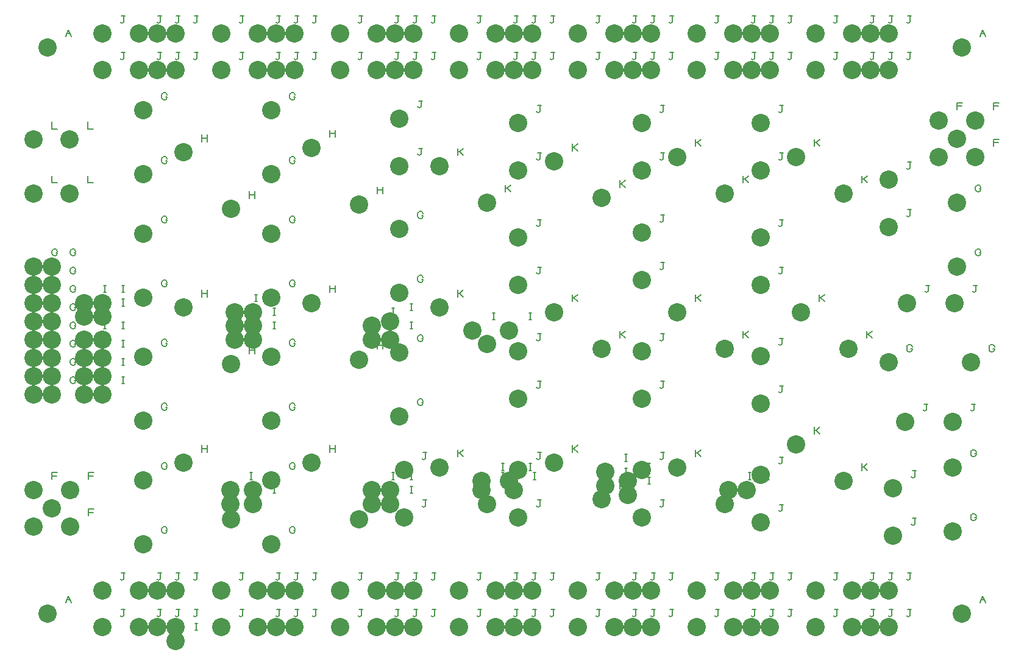
<source format=gbr>
G04 EasyPC Gerber Version 20.0.2 Build 4112 *
G04 #@! TF.Part,Single*
%FSLAX35Y35*%
%MOIN*%
%ADD105C,0.00500*%
G04 #@! TA.AperFunction,WasherPad*
%ADD104C,0.10000*%
X0Y0D02*
D02*
D104*
X13750Y68198D03*
Y88198D03*
Y140600D03*
Y150600D03*
Y160600D03*
Y170600D03*
Y180600D03*
Y190600D03*
Y200600D03*
Y210600D03*
Y250600D03*
Y280100D03*
X21250Y20600D03*
Y330600D03*
X23750Y78198D03*
Y140600D03*
Y150600D03*
Y160600D03*
Y170600D03*
Y180600D03*
Y190600D03*
Y200600D03*
Y210600D03*
X33450Y250600D03*
Y280100D03*
X33750Y68198D03*
Y88198D03*
X41250Y140600D03*
Y150600D03*
Y160600D03*
Y170600D03*
Y183100D03*
Y190600D03*
X51250Y13100D03*
Y33100D03*
Y140600D03*
Y150600D03*
Y160600D03*
Y170600D03*
Y183100D03*
Y190600D03*
Y318100D03*
Y338100D03*
X71250Y13100D03*
Y33100D03*
Y318100D03*
Y338100D03*
X73750Y58600D03*
Y93600D03*
Y126100D03*
Y161100D03*
Y193600D03*
Y228600D03*
Y261100D03*
Y296100D03*
X81250Y13100D03*
Y33100D03*
Y318100D03*
Y338100D03*
X91250Y5600D03*
Y13100D03*
Y33100D03*
Y318100D03*
Y338100D03*
X95750Y103100D03*
Y188100D03*
Y273100D03*
X116250Y13100D03*
Y33100D03*
Y318100D03*
Y338100D03*
X121250Y80600D03*
Y88100D03*
X121750Y72100D03*
Y157100D03*
Y242100D03*
X123750Y170600D03*
Y178100D03*
Y185600D03*
X133750Y80600D03*
Y88100D03*
Y170600D03*
Y178100D03*
Y185600D03*
X136250Y13100D03*
Y33100D03*
Y318100D03*
Y338100D03*
X143750Y58600D03*
Y93600D03*
Y126100D03*
Y161100D03*
Y193600D03*
Y228600D03*
Y261100D03*
Y296100D03*
X146250Y13100D03*
Y33100D03*
Y318100D03*
Y338100D03*
X156250Y13100D03*
Y33100D03*
Y318100D03*
Y338100D03*
X165750Y103100D03*
Y190600D03*
Y275600D03*
X181250Y13100D03*
Y33100D03*
Y318100D03*
Y338100D03*
X191750Y72100D03*
Y159600D03*
Y244600D03*
X198750Y80600D03*
Y88100D03*
Y170600D03*
Y178100D03*
X201250Y13100D03*
Y33100D03*
Y318100D03*
Y338100D03*
X208750Y80600D03*
Y88100D03*
Y170600D03*
Y180600D03*
X211250Y13100D03*
Y33100D03*
Y318100D03*
Y338100D03*
X213750Y128600D03*
Y163600D03*
Y196100D03*
Y231100D03*
Y265600D03*
Y291600D03*
X216250Y73100D03*
Y99100D03*
X221250Y13100D03*
Y33100D03*
Y318100D03*
Y338100D03*
X235750Y100600D03*
Y188100D03*
Y265600D03*
X246250Y13100D03*
Y33100D03*
Y318100D03*
Y338100D03*
X253750Y175600D03*
X258750Y88100D03*
Y93100D03*
X261750Y80600D03*
Y168100D03*
Y245600D03*
X266250Y13100D03*
Y33100D03*
Y318100D03*
Y338100D03*
X273750Y93100D03*
Y175600D03*
X276250Y13100D03*
Y33100D03*
Y88100D03*
Y318100D03*
Y338100D03*
X278750Y73100D03*
Y99100D03*
Y138100D03*
Y164100D03*
Y200600D03*
Y226600D03*
Y263100D03*
Y289100D03*
X286250Y13100D03*
Y33100D03*
Y318100D03*
Y338100D03*
X298250Y103100D03*
Y185600D03*
Y268100D03*
X311250Y13100D03*
Y33100D03*
Y318100D03*
Y338100D03*
X324250Y83100D03*
Y165600D03*
Y248100D03*
X326250Y90600D03*
Y98100D03*
X331250Y13100D03*
Y33100D03*
Y318100D03*
Y338100D03*
X338750Y85600D03*
Y93100D03*
X341250Y13100D03*
Y33100D03*
Y318100D03*
Y338100D03*
X346250Y73100D03*
Y99100D03*
Y138100D03*
Y164100D03*
Y203100D03*
Y229100D03*
Y263100D03*
Y289100D03*
X351250Y13100D03*
Y33100D03*
Y318100D03*
Y338100D03*
X365750Y100600D03*
Y185600D03*
Y270600D03*
X376250Y13100D03*
Y33100D03*
Y318100D03*
Y338100D03*
X391750Y80600D03*
Y165600D03*
Y250600D03*
X393750Y88100D03*
X396250Y13100D03*
Y33100D03*
Y318100D03*
Y338100D03*
X403750Y88100D03*
X406250Y13100D03*
Y33100D03*
Y318100D03*
Y338100D03*
X411250Y70600D03*
Y96600D03*
Y135600D03*
Y161600D03*
Y200600D03*
Y226600D03*
Y263100D03*
Y289100D03*
X416250Y13100D03*
Y33100D03*
Y318100D03*
Y338100D03*
X430750Y113100D03*
Y270600D03*
X433250Y185600D03*
X441250Y13100D03*
Y33100D03*
Y318100D03*
Y338100D03*
X456750Y93100D03*
Y250600D03*
X459250Y165600D03*
X461250Y13100D03*
Y33100D03*
Y318100D03*
Y338100D03*
X471250Y13100D03*
Y33100D03*
Y318100D03*
Y338100D03*
X481250Y13100D03*
Y33100D03*
Y158100D03*
Y232100D03*
Y258100D03*
Y318100D03*
Y338100D03*
X483750Y63100D03*
Y89100D03*
X490250Y125600D03*
X491250Y190600D03*
X508750Y270698D03*
Y290698D03*
X516250Y65600D03*
Y100600D03*
Y125600D03*
X517250Y190600D03*
X518750Y210600D03*
Y245600D03*
Y280698D03*
X521250Y20600D03*
Y330600D03*
X526250Y158100D03*
X528750Y270698D03*
Y290698D03*
D02*
D105*
X23750Y74136D02*
Y77886D01*
X26875*
X26250Y76011D02*
X23750D01*
Y94136D02*
Y97886D01*
X26875*
X26250Y96011D02*
X23750D01*
X25937Y148100D02*
X26875D01*
Y147787*
X26563Y147163*
X26250Y146850*
X25625Y146537*
X25000*
X24375Y146850*
X24063Y147163*
X23750Y147787*
Y149037*
X24063Y149663*
X24375Y149975*
X25000Y150287*
X25625*
X26250Y149975*
X26563Y149663*
X26875Y149037*
X25937Y158100D02*
X26875D01*
Y157787*
X26563Y157163*
X26250Y156850*
X25625Y156537*
X25000*
X24375Y156850*
X24063Y157163*
X23750Y157787*
Y159037*
X24063Y159663*
X24375Y159975*
X25000Y160287*
X25625*
X26250Y159975*
X26563Y159663*
X26875Y159037*
X25937Y168100D02*
X26875D01*
Y167787*
X26563Y167163*
X26250Y166850*
X25625Y166537*
X25000*
X24375Y166850*
X24063Y167163*
X23750Y167787*
Y169037*
X24063Y169663*
X24375Y169975*
X25000Y170287*
X25625*
X26250Y169975*
X26563Y169663*
X26875Y169037*
X25937Y178100D02*
X26875D01*
Y177787*
X26563Y177163*
X26250Y176850*
X25625Y176537*
X25000*
X24375Y176850*
X24063Y177163*
X23750Y177787*
Y179037*
X24063Y179663*
X24375Y179975*
X25000Y180287*
X25625*
X26250Y179975*
X26563Y179663*
X26875Y179037*
X25937Y188100D02*
X26875D01*
Y187787*
X26563Y187163*
X26250Y186850*
X25625Y186537*
X25000*
X24375Y186850*
X24063Y187163*
X23750Y187787*
Y189037*
X24063Y189663*
X24375Y189975*
X25000Y190287*
X25625*
X26250Y189975*
X26563Y189663*
X26875Y189037*
X25937Y198100D02*
X26875D01*
Y197787*
X26563Y197163*
X26250Y196850*
X25625Y196537*
X25000*
X24375Y196850*
X24063Y197163*
X23750Y197787*
Y199037*
X24063Y199663*
X24375Y199975*
X25000Y200287*
X25625*
X26250Y199975*
X26563Y199663*
X26875Y199037*
X25937Y208100D02*
X26875D01*
Y207787*
X26563Y207163*
X26250Y206850*
X25625Y206537*
X25000*
X24375Y206850*
X24063Y207163*
X23750Y207787*
Y209037*
X24063Y209663*
X24375Y209975*
X25000Y210287*
X25625*
X26250Y209975*
X26563Y209663*
X26875Y209037*
X25937Y218100D02*
X26875D01*
Y217787*
X26563Y217163*
X26250Y216850*
X25625Y216537*
X25000*
X24375Y216850*
X24063Y217163*
X23750Y217787*
Y219037*
X24063Y219663*
X24375Y219975*
X25000Y220287*
X25625*
X26250Y219975*
X26563Y219663*
X26875Y219037*
X23750Y260287D02*
Y256537D01*
X26875*
X23750Y289787D02*
Y286037D01*
X26875*
X31250Y26537D02*
X32813Y30287D01*
X34375Y26537*
X31875Y28100D02*
X33750D01*
X31250Y336537D02*
X32813Y340287D01*
X34375Y336537*
X31875Y338100D02*
X33750D01*
Y84136D02*
Y87886D01*
X36875*
X36250Y86011D02*
X33750D01*
Y84136D02*
X36875D01*
X35937Y148100D02*
X36875D01*
Y147787*
X36563Y147163*
X36250Y146850*
X35625Y146537*
X35000*
X34375Y146850*
X34063Y147163*
X33750Y147787*
Y149037*
X34063Y149663*
X34375Y149975*
X35000Y150287*
X35625*
X36250Y149975*
X36563Y149663*
X36875Y149037*
X35937Y158100D02*
X36875D01*
Y157787*
X36563Y157163*
X36250Y156850*
X35625Y156537*
X35000*
X34375Y156850*
X34063Y157163*
X33750Y157787*
Y159037*
X34063Y159663*
X34375Y159975*
X35000Y160287*
X35625*
X36250Y159975*
X36563Y159663*
X36875Y159037*
X35937Y168100D02*
X36875D01*
Y167787*
X36563Y167163*
X36250Y166850*
X35625Y166537*
X35000*
X34375Y166850*
X34063Y167163*
X33750Y167787*
Y169037*
X34063Y169663*
X34375Y169975*
X35000Y170287*
X35625*
X36250Y169975*
X36563Y169663*
X36875Y169037*
X35937Y178100D02*
X36875D01*
Y177787*
X36563Y177163*
X36250Y176850*
X35625Y176537*
X35000*
X34375Y176850*
X34063Y177163*
X33750Y177787*
Y179037*
X34063Y179663*
X34375Y179975*
X35000Y180287*
X35625*
X36250Y179975*
X36563Y179663*
X36875Y179037*
X35937Y188100D02*
X36875D01*
Y187787*
X36563Y187163*
X36250Y186850*
X35625Y186537*
X35000*
X34375Y186850*
X34063Y187163*
X33750Y187787*
Y189037*
X34063Y189663*
X34375Y189975*
X35000Y190287*
X35625*
X36250Y189975*
X36563Y189663*
X36875Y189037*
X35937Y198100D02*
X36875D01*
Y197787*
X36563Y197163*
X36250Y196850*
X35625Y196537*
X35000*
X34375Y196850*
X34063Y197163*
X33750Y197787*
Y199037*
X34063Y199663*
X34375Y199975*
X35000Y200287*
X35625*
X36250Y199975*
X36563Y199663*
X36875Y199037*
X35937Y208100D02*
X36875D01*
Y207787*
X36563Y207163*
X36250Y206850*
X35625Y206537*
X35000*
X34375Y206850*
X34063Y207163*
X33750Y207787*
Y209037*
X34063Y209663*
X34375Y209975*
X35000Y210287*
X35625*
X36250Y209975*
X36563Y209663*
X36875Y209037*
X35937Y218100D02*
X36875D01*
Y217787*
X36563Y217163*
X36250Y216850*
X35625Y216537*
X35000*
X34375Y216850*
X34063Y217163*
X33750Y217787*
Y219037*
X34063Y219663*
X34375Y219975*
X35000Y220287*
X35625*
X36250Y219975*
X36563Y219663*
X36875Y219037*
X43450Y260287D02*
Y256537D01*
X46575*
X43450Y289787D02*
Y286037D01*
X46575*
X43750Y74136D02*
Y77886D01*
X46875*
X46250Y76011D02*
X43750D01*
Y94136D02*
Y97886D01*
X46875*
X46250Y96011D02*
X43750D01*
X52187Y146537D02*
X53437D01*
X52813D02*
Y150287D01*
X52187D02*
X53437D01*
X52187Y156537D02*
X53437D01*
X52813D02*
Y160287D01*
X52187D02*
X53437D01*
X52187Y166537D02*
X53437D01*
X52813D02*
Y170287D01*
X52187D02*
X53437D01*
X52187Y176537D02*
X53437D01*
X52813D02*
Y180287D01*
X52187D02*
X53437D01*
X52187Y189037D02*
X53437D01*
X52813D02*
Y192787D01*
X52187D02*
X53437D01*
X52187Y196537D02*
X53437D01*
X52813D02*
Y200287D01*
X52187D02*
X53437D01*
X61250Y19663D02*
X61563Y19350D01*
X62187Y19037*
X62813Y19350*
X63125Y19663*
Y22787*
X63750*
X63125D02*
X61875D01*
X61250Y39663D02*
X61563Y39350D01*
X62187Y39037*
X62813Y39350*
X63125Y39663*
Y42787*
X63750*
X63125D02*
X61875D01*
X62187Y146537D02*
X63437D01*
X62813D02*
Y150287D01*
X62187D02*
X63437D01*
X62187Y156537D02*
X63437D01*
X62813D02*
Y160287D01*
X62187D02*
X63437D01*
X62187Y166537D02*
X63437D01*
X62813D02*
Y170287D01*
X62187D02*
X63437D01*
X62187Y176537D02*
X63437D01*
X62813D02*
Y180287D01*
X62187D02*
X63437D01*
X62187Y189037D02*
X63437D01*
X62813D02*
Y192787D01*
X62187D02*
X63437D01*
X62187Y196537D02*
X63437D01*
X62813D02*
Y200287D01*
X62187D02*
X63437D01*
X61250Y324663D02*
X61563Y324350D01*
X62187Y324037*
X62813Y324350*
X63125Y324663*
Y327787*
X63750*
X63125D02*
X61875D01*
X61250Y344663D02*
X61563Y344350D01*
X62187Y344037*
X62813Y344350*
X63125Y344663*
Y347787*
X63750*
X63125D02*
X61875D01*
X81250Y19663D02*
X81563Y19350D01*
X82187Y19037*
X82813Y19350*
X83125Y19663*
Y22787*
X83750*
X83125D02*
X81875D01*
X81250Y39663D02*
X81563Y39350D01*
X82187Y39037*
X82813Y39350*
X83125Y39663*
Y42787*
X83750*
X83125D02*
X81875D01*
X81250Y324663D02*
X81563Y324350D01*
X82187Y324037*
X82813Y324350*
X83125Y324663*
Y327787*
X83750*
X83125D02*
X81875D01*
X81250Y344663D02*
X81563Y344350D01*
X82187Y344037*
X82813Y344350*
X83125Y344663*
Y347787*
X83750*
X83125D02*
X81875D01*
X85937Y66100D02*
X86875D01*
Y65787*
X86563Y65163*
X86250Y64850*
X85625Y64537*
X85000*
X84375Y64850*
X84063Y65163*
X83750Y65787*
Y67037*
X84063Y67663*
X84375Y67975*
X85000Y68287*
X85625*
X86250Y67975*
X86563Y67663*
X86875Y67037*
X85937Y101100D02*
X86875D01*
Y100787*
X86563Y100163*
X86250Y99850*
X85625Y99537*
X85000*
X84375Y99850*
X84063Y100163*
X83750Y100787*
Y102037*
X84063Y102663*
X84375Y102975*
X85000Y103287*
X85625*
X86250Y102975*
X86563Y102663*
X86875Y102037*
X85937Y133600D02*
X86875D01*
Y133287*
X86563Y132663*
X86250Y132350*
X85625Y132037*
X85000*
X84375Y132350*
X84063Y132663*
X83750Y133287*
Y134537*
X84063Y135163*
X84375Y135475*
X85000Y135787*
X85625*
X86250Y135475*
X86563Y135163*
X86875Y134537*
X85937Y168600D02*
X86875D01*
Y168287*
X86563Y167663*
X86250Y167350*
X85625Y167037*
X85000*
X84375Y167350*
X84063Y167663*
X83750Y168287*
Y169537*
X84063Y170163*
X84375Y170475*
X85000Y170787*
X85625*
X86250Y170475*
X86563Y170163*
X86875Y169537*
X85937Y201100D02*
X86875D01*
Y200787*
X86563Y200163*
X86250Y199850*
X85625Y199537*
X85000*
X84375Y199850*
X84063Y200163*
X83750Y200787*
Y202037*
X84063Y202663*
X84375Y202975*
X85000Y203287*
X85625*
X86250Y202975*
X86563Y202663*
X86875Y202037*
X85937Y236100D02*
X86875D01*
Y235787*
X86563Y235163*
X86250Y234850*
X85625Y234537*
X85000*
X84375Y234850*
X84063Y235163*
X83750Y235787*
Y237037*
X84063Y237663*
X84375Y237975*
X85000Y238287*
X85625*
X86250Y237975*
X86563Y237663*
X86875Y237037*
X85937Y268600D02*
X86875D01*
Y268287*
X86563Y267663*
X86250Y267350*
X85625Y267037*
X85000*
X84375Y267350*
X84063Y267663*
X83750Y268287*
Y269537*
X84063Y270163*
X84375Y270475*
X85000Y270787*
X85625*
X86250Y270475*
X86563Y270163*
X86875Y269537*
X85937Y303600D02*
X86875D01*
Y303287*
X86563Y302663*
X86250Y302350*
X85625Y302037*
X85000*
X84375Y302350*
X84063Y302663*
X83750Y303287*
Y304537*
X84063Y305163*
X84375Y305475*
X85000Y305787*
X85625*
X86250Y305475*
X86563Y305163*
X86875Y304537*
X91250Y19663D02*
X91563Y19350D01*
X92187Y19037*
X92813Y19350*
X93125Y19663*
Y22787*
X93750*
X93125D02*
X91875D01*
X91250Y39663D02*
X91563Y39350D01*
X92187Y39037*
X92813Y39350*
X93125Y39663*
Y42787*
X93750*
X93125D02*
X91875D01*
X91250Y324663D02*
X91563Y324350D01*
X92187Y324037*
X92813Y324350*
X93125Y324663*
Y327787*
X93750*
X93125D02*
X91875D01*
X91250Y344663D02*
X91563Y344350D01*
X92187Y344037*
X92813Y344350*
X93125Y344663*
Y347787*
X93750*
X93125D02*
X91875D01*
X102187Y11537D02*
X103437D01*
X102813D02*
Y15287D01*
X102187D02*
X103437D01*
X101250Y19663D02*
X101563Y19350D01*
X102187Y19037*
X102813Y19350*
X103125Y19663*
Y22787*
X103750*
X103125D02*
X101875D01*
X101250Y39663D02*
X101563Y39350D01*
X102187Y39037*
X102813Y39350*
X103125Y39663*
Y42787*
X103750*
X103125D02*
X101875D01*
X101250Y324663D02*
X101563Y324350D01*
X102187Y324037*
X102813Y324350*
X103125Y324663*
Y327787*
X103750*
X103125D02*
X101875D01*
X101250Y344663D02*
X101563Y344350D01*
X102187Y344037*
X102813Y344350*
X103125Y344663*
Y347787*
X103750*
X103125D02*
X101875D01*
X105750Y109037D02*
Y112787D01*
Y110913D02*
X108875D01*
Y109037D02*
Y112787D01*
X105750Y194037D02*
Y197787D01*
Y195913D02*
X108875D01*
Y194037D02*
Y197787D01*
X105750Y279037D02*
Y282787D01*
Y280913D02*
X108875D01*
Y279037D02*
Y282787D01*
X126250Y19663D02*
X126563Y19350D01*
X127187Y19037*
X127813Y19350*
X128125Y19663*
Y22787*
X128750*
X128125D02*
X126875D01*
X126250Y39663D02*
X126563Y39350D01*
X127187Y39037*
X127813Y39350*
X128125Y39663*
Y42787*
X128750*
X128125D02*
X126875D01*
X126250Y324663D02*
X126563Y324350D01*
X127187Y324037*
X127813Y324350*
X128125Y324663*
Y327787*
X128750*
X128125D02*
X126875D01*
X126250Y344663D02*
X126563Y344350D01*
X127187Y344037*
X127813Y344350*
X128125Y344663*
Y347787*
X128750*
X128125D02*
X126875D01*
X132187Y86537D02*
X133437D01*
X132813D02*
Y90287D01*
X132187D02*
X133437D01*
X132187Y94037D02*
X133437D01*
X132813D02*
Y97787D01*
X132187D02*
X133437D01*
X131750Y78037D02*
Y81787D01*
Y79913D02*
X134875D01*
Y78037D02*
Y81787D01*
X131750Y163037D02*
Y166787D01*
Y164913D02*
X134875D01*
Y163037D02*
Y166787D01*
X131750Y248037D02*
Y251787D01*
Y249913D02*
X134875D01*
Y248037D02*
Y251787D01*
X134687Y176537D02*
X135937D01*
X135313D02*
Y180287D01*
X134687D02*
X135937D01*
X134687Y184037D02*
X135937D01*
X135313D02*
Y187787D01*
X134687D02*
X135937D01*
X134687Y191537D02*
X135937D01*
X135313D02*
Y195287D01*
X134687D02*
X135937D01*
X144687Y86537D02*
X145937D01*
X145313D02*
Y90287D01*
X144687D02*
X145937D01*
X144687Y94037D02*
X145937D01*
X145313D02*
Y97787D01*
X144687D02*
X145937D01*
X144687Y176537D02*
X145937D01*
X145313D02*
Y180287D01*
X144687D02*
X145937D01*
X144687Y184037D02*
X145937D01*
X145313D02*
Y187787D01*
X144687D02*
X145937D01*
X144687Y191537D02*
X145937D01*
X145313D02*
Y195287D01*
X144687D02*
X145937D01*
X146250Y19663D02*
X146563Y19350D01*
X147187Y19037*
X147813Y19350*
X148125Y19663*
Y22787*
X148750*
X148125D02*
X146875D01*
X146250Y39663D02*
X146563Y39350D01*
X147187Y39037*
X147813Y39350*
X148125Y39663*
Y42787*
X148750*
X148125D02*
X146875D01*
X146250Y324663D02*
X146563Y324350D01*
X147187Y324037*
X147813Y324350*
X148125Y324663*
Y327787*
X148750*
X148125D02*
X146875D01*
X146250Y344663D02*
X146563Y344350D01*
X147187Y344037*
X147813Y344350*
X148125Y344663*
Y347787*
X148750*
X148125D02*
X146875D01*
X155937Y66100D02*
X156875D01*
Y65787*
X156563Y65163*
X156250Y64850*
X155625Y64537*
X155000*
X154375Y64850*
X154063Y65163*
X153750Y65787*
Y67037*
X154063Y67663*
X154375Y67975*
X155000Y68287*
X155625*
X156250Y67975*
X156563Y67663*
X156875Y67037*
X155937Y101100D02*
X156875D01*
Y100787*
X156563Y100163*
X156250Y99850*
X155625Y99537*
X155000*
X154375Y99850*
X154063Y100163*
X153750Y100787*
Y102037*
X154063Y102663*
X154375Y102975*
X155000Y103287*
X155625*
X156250Y102975*
X156563Y102663*
X156875Y102037*
X155937Y133600D02*
X156875D01*
Y133287*
X156563Y132663*
X156250Y132350*
X155625Y132037*
X155000*
X154375Y132350*
X154063Y132663*
X153750Y133287*
Y134537*
X154063Y135163*
X154375Y135475*
X155000Y135787*
X155625*
X156250Y135475*
X156563Y135163*
X156875Y134537*
X155937Y168600D02*
X156875D01*
Y168287*
X156563Y167663*
X156250Y167350*
X155625Y167037*
X155000*
X154375Y167350*
X154063Y167663*
X153750Y168287*
Y169537*
X154063Y170163*
X154375Y170475*
X155000Y170787*
X155625*
X156250Y170475*
X156563Y170163*
X156875Y169537*
X155937Y201100D02*
X156875D01*
Y200787*
X156563Y200163*
X156250Y199850*
X155625Y199537*
X155000*
X154375Y199850*
X154063Y200163*
X153750Y200787*
Y202037*
X154063Y202663*
X154375Y202975*
X155000Y203287*
X155625*
X156250Y202975*
X156563Y202663*
X156875Y202037*
X155937Y236100D02*
X156875D01*
Y235787*
X156563Y235163*
X156250Y234850*
X155625Y234537*
X155000*
X154375Y234850*
X154063Y235163*
X153750Y235787*
Y237037*
X154063Y237663*
X154375Y237975*
X155000Y238287*
X155625*
X156250Y237975*
X156563Y237663*
X156875Y237037*
X155937Y268600D02*
X156875D01*
Y268287*
X156563Y267663*
X156250Y267350*
X155625Y267037*
X155000*
X154375Y267350*
X154063Y267663*
X153750Y268287*
Y269537*
X154063Y270163*
X154375Y270475*
X155000Y270787*
X155625*
X156250Y270475*
X156563Y270163*
X156875Y269537*
X155937Y303600D02*
X156875D01*
Y303287*
X156563Y302663*
X156250Y302350*
X155625Y302037*
X155000*
X154375Y302350*
X154063Y302663*
X153750Y303287*
Y304537*
X154063Y305163*
X154375Y305475*
X155000Y305787*
X155625*
X156250Y305475*
X156563Y305163*
X156875Y304537*
X156250Y19663D02*
X156563Y19350D01*
X157187Y19037*
X157813Y19350*
X158125Y19663*
Y22787*
X158750*
X158125D02*
X156875D01*
X156250Y39663D02*
X156563Y39350D01*
X157187Y39037*
X157813Y39350*
X158125Y39663*
Y42787*
X158750*
X158125D02*
X156875D01*
X156250Y324663D02*
X156563Y324350D01*
X157187Y324037*
X157813Y324350*
X158125Y324663*
Y327787*
X158750*
X158125D02*
X156875D01*
X156250Y344663D02*
X156563Y344350D01*
X157187Y344037*
X157813Y344350*
X158125Y344663*
Y347787*
X158750*
X158125D02*
X156875D01*
X166250Y19663D02*
X166563Y19350D01*
X167187Y19037*
X167813Y19350*
X168125Y19663*
Y22787*
X168750*
X168125D02*
X166875D01*
X166250Y39663D02*
X166563Y39350D01*
X167187Y39037*
X167813Y39350*
X168125Y39663*
Y42787*
X168750*
X168125D02*
X166875D01*
X166250Y324663D02*
X166563Y324350D01*
X167187Y324037*
X167813Y324350*
X168125Y324663*
Y327787*
X168750*
X168125D02*
X166875D01*
X166250Y344663D02*
X166563Y344350D01*
X167187Y344037*
X167813Y344350*
X168125Y344663*
Y347787*
X168750*
X168125D02*
X166875D01*
X175750Y109037D02*
Y112787D01*
Y110913D02*
X178875D01*
Y109037D02*
Y112787D01*
X175750Y196537D02*
Y200287D01*
Y198413D02*
X178875D01*
Y196537D02*
Y200287D01*
X175750Y281537D02*
Y285287D01*
Y283413D02*
X178875D01*
Y281537D02*
Y285287D01*
X191250Y19663D02*
X191563Y19350D01*
X192187Y19037*
X192813Y19350*
X193125Y19663*
Y22787*
X193750*
X193125D02*
X191875D01*
X191250Y39663D02*
X191563Y39350D01*
X192187Y39037*
X192813Y39350*
X193125Y39663*
Y42787*
X193750*
X193125D02*
X191875D01*
X191250Y324663D02*
X191563Y324350D01*
X192187Y324037*
X192813Y324350*
X193125Y324663*
Y327787*
X193750*
X193125D02*
X191875D01*
X191250Y344663D02*
X191563Y344350D01*
X192187Y344037*
X192813Y344350*
X193125Y344663*
Y347787*
X193750*
X193125D02*
X191875D01*
X201750Y78037D02*
Y81787D01*
Y79913D02*
X204875D01*
Y78037D02*
Y81787D01*
X201750Y165537D02*
Y169287D01*
Y167413D02*
X204875D01*
Y165537D02*
Y169287D01*
X201750Y250537D02*
Y254287D01*
Y252413D02*
X204875D01*
Y250537D02*
Y254287D01*
X209687Y86537D02*
X210937D01*
X210313D02*
Y90287D01*
X209687D02*
X210937D01*
X209687Y94037D02*
X210937D01*
X210313D02*
Y97787D01*
X209687D02*
X210937D01*
X209687Y176537D02*
X210937D01*
X210313D02*
Y180287D01*
X209687D02*
X210937D01*
X209687Y184037D02*
X210937D01*
X210313D02*
Y187787D01*
X209687D02*
X210937D01*
X211250Y19663D02*
X211563Y19350D01*
X212187Y19037*
X212813Y19350*
X213125Y19663*
Y22787*
X213750*
X213125D02*
X211875D01*
X211250Y39663D02*
X211563Y39350D01*
X212187Y39037*
X212813Y39350*
X213125Y39663*
Y42787*
X213750*
X213125D02*
X211875D01*
X211250Y324663D02*
X211563Y324350D01*
X212187Y324037*
X212813Y324350*
X213125Y324663*
Y327787*
X213750*
X213125D02*
X211875D01*
X211250Y344663D02*
X211563Y344350D01*
X212187Y344037*
X212813Y344350*
X213125Y344663*
Y347787*
X213750*
X213125D02*
X211875D01*
X219687Y86537D02*
X220937D01*
X220313D02*
Y90287D01*
X219687D02*
X220937D01*
X219687Y94037D02*
X220937D01*
X220313D02*
Y97787D01*
X219687D02*
X220937D01*
X219687Y176537D02*
X220937D01*
X220313D02*
Y180287D01*
X219687D02*
X220937D01*
X219687Y186537D02*
X220937D01*
X220313D02*
Y190287D01*
X219687D02*
X220937D01*
X221250Y19663D02*
X221563Y19350D01*
X222187Y19037*
X222813Y19350*
X223125Y19663*
Y22787*
X223750*
X223125D02*
X221875D01*
X221250Y39663D02*
X221563Y39350D01*
X222187Y39037*
X222813Y39350*
X223125Y39663*
Y42787*
X223750*
X223125D02*
X221875D01*
X221250Y324663D02*
X221563Y324350D01*
X222187Y324037*
X222813Y324350*
X223125Y324663*
Y327787*
X223750*
X223125D02*
X221875D01*
X221250Y344663D02*
X221563Y344350D01*
X222187Y344037*
X222813Y344350*
X223125Y344663*
Y347787*
X223750*
X223125D02*
X221875D01*
X225937Y136100D02*
X226875D01*
Y135787*
X226563Y135163*
X226250Y134850*
X225625Y134537*
X225000*
X224375Y134850*
X224063Y135163*
X223750Y135787*
Y137037*
X224063Y137663*
X224375Y137975*
X225000Y138287*
X225625*
X226250Y137975*
X226563Y137663*
X226875Y137037*
X225937Y171100D02*
X226875D01*
Y170787*
X226563Y170163*
X226250Y169850*
X225625Y169537*
X225000*
X224375Y169850*
X224063Y170163*
X223750Y170787*
Y172037*
X224063Y172663*
X224375Y172975*
X225000Y173287*
X225625*
X226250Y172975*
X226563Y172663*
X226875Y172037*
X225937Y203600D02*
X226875D01*
Y203287*
X226563Y202663*
X226250Y202350*
X225625Y202037*
X225000*
X224375Y202350*
X224063Y202663*
X223750Y203287*
Y204537*
X224063Y205163*
X224375Y205475*
X225000Y205787*
X225625*
X226250Y205475*
X226563Y205163*
X226875Y204537*
X225937Y238600D02*
X226875D01*
Y238287*
X226563Y237663*
X226250Y237350*
X225625Y237037*
X225000*
X224375Y237350*
X224063Y237663*
X223750Y238287*
Y239537*
X224063Y240163*
X224375Y240475*
X225000Y240787*
X225625*
X226250Y240475*
X226563Y240163*
X226875Y239537*
X223750Y272163D02*
X224063Y271850D01*
X224687Y271537*
X225313Y271850*
X225625Y272163*
Y275287*
X226250*
X225625D02*
X224375D01*
X223750Y298163D02*
X224063Y297850D01*
X224687Y297537*
X225313Y297850*
X225625Y298163*
Y301287*
X226250*
X225625D02*
X224375D01*
X226250Y79663D02*
X226563Y79350D01*
X227187Y79037*
X227813Y79350*
X228125Y79663*
Y82787*
X228750*
X228125D02*
X226875D01*
X226250Y105663D02*
X226563Y105350D01*
X227187Y105037*
X227813Y105350*
X228125Y105663*
Y108787*
X228750*
X228125D02*
X226875D01*
X231250Y19663D02*
X231563Y19350D01*
X232187Y19037*
X232813Y19350*
X233125Y19663*
Y22787*
X233750*
X233125D02*
X231875D01*
X231250Y39663D02*
X231563Y39350D01*
X232187Y39037*
X232813Y39350*
X233125Y39663*
Y42787*
X233750*
X233125D02*
X231875D01*
X231250Y324663D02*
X231563Y324350D01*
X232187Y324037*
X232813Y324350*
X233125Y324663*
Y327787*
X233750*
X233125D02*
X231875D01*
X231250Y344663D02*
X231563Y344350D01*
X232187Y344037*
X232813Y344350*
X233125Y344663*
Y347787*
X233750*
X233125D02*
X231875D01*
X245750Y106537D02*
Y110287D01*
Y108413D02*
X246687D01*
X248875Y110287*
X246687Y108413D02*
X248875Y106537D01*
X245750Y194037D02*
Y197787D01*
Y195913D02*
X246687D01*
X248875Y197787*
X246687Y195913D02*
X248875Y194037D01*
X245750Y271537D02*
Y275287D01*
Y273413D02*
X246687D01*
X248875Y275287*
X246687Y273413D02*
X248875Y271537D01*
X256250Y19663D02*
X256563Y19350D01*
X257187Y19037*
X257813Y19350*
X258125Y19663*
Y22787*
X258750*
X258125D02*
X256875D01*
X256250Y39663D02*
X256563Y39350D01*
X257187Y39037*
X257813Y39350*
X258125Y39663*
Y42787*
X258750*
X258125D02*
X256875D01*
X256250Y324663D02*
X256563Y324350D01*
X257187Y324037*
X257813Y324350*
X258125Y324663*
Y327787*
X258750*
X258125D02*
X256875D01*
X256250Y344663D02*
X256563Y344350D01*
X257187Y344037*
X257813Y344350*
X258125Y344663*
Y347787*
X258750*
X258125D02*
X256875D01*
X264687Y181537D02*
X265937D01*
X265313D02*
Y185287D01*
X264687D02*
X265937D01*
X269687Y94037D02*
X270937D01*
X270313D02*
Y97787D01*
X269687D02*
X270937D01*
X269687Y99037D02*
X270937D01*
X270313D02*
Y102787D01*
X269687D02*
X270937D01*
X271750Y86537D02*
Y90287D01*
Y88413D02*
X272687D01*
X274875Y90287*
X272687Y88413D02*
X274875Y86537D01*
X271750Y174037D02*
Y177787D01*
Y175913D02*
X272687D01*
X274875Y177787*
X272687Y175913D02*
X274875Y174037D01*
X271750Y251537D02*
Y255287D01*
Y253413D02*
X272687D01*
X274875Y255287*
X272687Y253413D02*
X274875Y251537D01*
X276250Y19663D02*
X276563Y19350D01*
X277187Y19037*
X277813Y19350*
X278125Y19663*
Y22787*
X278750*
X278125D02*
X276875D01*
X276250Y39663D02*
X276563Y39350D01*
X277187Y39037*
X277813Y39350*
X278125Y39663*
Y42787*
X278750*
X278125D02*
X276875D01*
X276250Y324663D02*
X276563Y324350D01*
X277187Y324037*
X277813Y324350*
X278125Y324663*
Y327787*
X278750*
X278125D02*
X276875D01*
X276250Y344663D02*
X276563Y344350D01*
X277187Y344037*
X277813Y344350*
X278125Y344663*
Y347787*
X278750*
X278125D02*
X276875D01*
X284687Y99037D02*
X285937D01*
X285313D02*
Y102787D01*
X284687D02*
X285937D01*
X284687Y181537D02*
X285937D01*
X285313D02*
Y185287D01*
X284687D02*
X285937D01*
X286250Y19663D02*
X286563Y19350D01*
X287187Y19037*
X287813Y19350*
X288125Y19663*
Y22787*
X288750*
X288125D02*
X286875D01*
X286250Y39663D02*
X286563Y39350D01*
X287187Y39037*
X287813Y39350*
X288125Y39663*
Y42787*
X288750*
X288125D02*
X286875D01*
X287187Y94037D02*
X288437D01*
X287813D02*
Y97787D01*
X287187D02*
X288437D01*
X286250Y324663D02*
X286563Y324350D01*
X287187Y324037*
X287813Y324350*
X288125Y324663*
Y327787*
X288750*
X288125D02*
X286875D01*
X286250Y344663D02*
X286563Y344350D01*
X287187Y344037*
X287813Y344350*
X288125Y344663*
Y347787*
X288750*
X288125D02*
X286875D01*
X288750Y79663D02*
X289063Y79350D01*
X289687Y79037*
X290313Y79350*
X290625Y79663*
Y82787*
X291250*
X290625D02*
X289375D01*
X288750Y105663D02*
X289063Y105350D01*
X289687Y105037*
X290313Y105350*
X290625Y105663*
Y108787*
X291250*
X290625D02*
X289375D01*
X288750Y144663D02*
X289063Y144350D01*
X289687Y144037*
X290313Y144350*
X290625Y144663*
Y147787*
X291250*
X290625D02*
X289375D01*
X288750Y170663D02*
X289063Y170350D01*
X289687Y170037*
X290313Y170350*
X290625Y170663*
Y173787*
X291250*
X290625D02*
X289375D01*
X288750Y207163D02*
X289063Y206850D01*
X289687Y206537*
X290313Y206850*
X290625Y207163*
Y210287*
X291250*
X290625D02*
X289375D01*
X288750Y233163D02*
X289063Y232850D01*
X289687Y232537*
X290313Y232850*
X290625Y233163*
Y236287*
X291250*
X290625D02*
X289375D01*
X288750Y269663D02*
X289063Y269350D01*
X289687Y269037*
X290313Y269350*
X290625Y269663*
Y272787*
X291250*
X290625D02*
X289375D01*
X288750Y295663D02*
X289063Y295350D01*
X289687Y295037*
X290313Y295350*
X290625Y295663*
Y298787*
X291250*
X290625D02*
X289375D01*
X296250Y19663D02*
X296563Y19350D01*
X297187Y19037*
X297813Y19350*
X298125Y19663*
Y22787*
X298750*
X298125D02*
X296875D01*
X296250Y39663D02*
X296563Y39350D01*
X297187Y39037*
X297813Y39350*
X298125Y39663*
Y42787*
X298750*
X298125D02*
X296875D01*
X296250Y324663D02*
X296563Y324350D01*
X297187Y324037*
X297813Y324350*
X298125Y324663*
Y327787*
X298750*
X298125D02*
X296875D01*
X296250Y344663D02*
X296563Y344350D01*
X297187Y344037*
X297813Y344350*
X298125Y344663*
Y347787*
X298750*
X298125D02*
X296875D01*
X308250Y109037D02*
Y112787D01*
Y110913D02*
X309187D01*
X311375Y112787*
X309187Y110913D02*
X311375Y109037D01*
X308250Y191537D02*
Y195287D01*
Y193413D02*
X309187D01*
X311375Y195287*
X309187Y193413D02*
X311375Y191537D01*
X308250Y274037D02*
Y277787D01*
Y275913D02*
X309187D01*
X311375Y277787*
X309187Y275913D02*
X311375Y274037D01*
X321250Y19663D02*
X321563Y19350D01*
X322187Y19037*
X322813Y19350*
X323125Y19663*
Y22787*
X323750*
X323125D02*
X321875D01*
X321250Y39663D02*
X321563Y39350D01*
X322187Y39037*
X322813Y39350*
X323125Y39663*
Y42787*
X323750*
X323125D02*
X321875D01*
X321250Y324663D02*
X321563Y324350D01*
X322187Y324037*
X322813Y324350*
X323125Y324663*
Y327787*
X323750*
X323125D02*
X321875D01*
X321250Y344663D02*
X321563Y344350D01*
X322187Y344037*
X322813Y344350*
X323125Y344663*
Y347787*
X323750*
X323125D02*
X321875D01*
X334250Y89037D02*
Y92787D01*
Y90913D02*
X335187D01*
X337375Y92787*
X335187Y90913D02*
X337375Y89037D01*
X334250Y171537D02*
Y175287D01*
Y173413D02*
X335187D01*
X337375Y175287*
X335187Y173413D02*
X337375Y171537D01*
X334250Y254037D02*
Y257787D01*
Y255913D02*
X335187D01*
X337375Y257787*
X335187Y255913D02*
X337375Y254037D01*
X337187Y96537D02*
X338437D01*
X337813D02*
Y100287D01*
X337187D02*
X338437D01*
X337187Y104037D02*
X338437D01*
X337813D02*
Y107787D01*
X337187D02*
X338437D01*
X341250Y19663D02*
X341563Y19350D01*
X342187Y19037*
X342813Y19350*
X343125Y19663*
Y22787*
X343750*
X343125D02*
X341875D01*
X341250Y39663D02*
X341563Y39350D01*
X342187Y39037*
X342813Y39350*
X343125Y39663*
Y42787*
X343750*
X343125D02*
X341875D01*
X341250Y324663D02*
X341563Y324350D01*
X342187Y324037*
X342813Y324350*
X343125Y324663*
Y327787*
X343750*
X343125D02*
X341875D01*
X341250Y344663D02*
X341563Y344350D01*
X342187Y344037*
X342813Y344350*
X343125Y344663*
Y347787*
X343750*
X343125D02*
X341875D01*
X349687Y91537D02*
X350937D01*
X350313D02*
Y95287D01*
X349687D02*
X350937D01*
X349687Y99037D02*
X350937D01*
X350313D02*
Y102787D01*
X349687D02*
X350937D01*
X351250Y19663D02*
X351563Y19350D01*
X352187Y19037*
X352813Y19350*
X353125Y19663*
Y22787*
X353750*
X353125D02*
X351875D01*
X351250Y39663D02*
X351563Y39350D01*
X352187Y39037*
X352813Y39350*
X353125Y39663*
Y42787*
X353750*
X353125D02*
X351875D01*
X351250Y324663D02*
X351563Y324350D01*
X352187Y324037*
X352813Y324350*
X353125Y324663*
Y327787*
X353750*
X353125D02*
X351875D01*
X351250Y344663D02*
X351563Y344350D01*
X352187Y344037*
X352813Y344350*
X353125Y344663*
Y347787*
X353750*
X353125D02*
X351875D01*
X356250Y79663D02*
X356563Y79350D01*
X357187Y79037*
X357813Y79350*
X358125Y79663*
Y82787*
X358750*
X358125D02*
X356875D01*
X356250Y105663D02*
X356563Y105350D01*
X357187Y105037*
X357813Y105350*
X358125Y105663*
Y108787*
X358750*
X358125D02*
X356875D01*
X356250Y144663D02*
X356563Y144350D01*
X357187Y144037*
X357813Y144350*
X358125Y144663*
Y147787*
X358750*
X358125D02*
X356875D01*
X356250Y170663D02*
X356563Y170350D01*
X357187Y170037*
X357813Y170350*
X358125Y170663*
Y173787*
X358750*
X358125D02*
X356875D01*
X356250Y209663D02*
X356563Y209350D01*
X357187Y209037*
X357813Y209350*
X358125Y209663*
Y212787*
X358750*
X358125D02*
X356875D01*
X356250Y235663D02*
X356563Y235350D01*
X357187Y235037*
X357813Y235350*
X358125Y235663*
Y238787*
X358750*
X358125D02*
X356875D01*
X356250Y269663D02*
X356563Y269350D01*
X357187Y269037*
X357813Y269350*
X358125Y269663*
Y272787*
X358750*
X358125D02*
X356875D01*
X356250Y295663D02*
X356563Y295350D01*
X357187Y295037*
X357813Y295350*
X358125Y295663*
Y298787*
X358750*
X358125D02*
X356875D01*
X361250Y19663D02*
X361563Y19350D01*
X362187Y19037*
X362813Y19350*
X363125Y19663*
Y22787*
X363750*
X363125D02*
X361875D01*
X361250Y39663D02*
X361563Y39350D01*
X362187Y39037*
X362813Y39350*
X363125Y39663*
Y42787*
X363750*
X363125D02*
X361875D01*
X361250Y324663D02*
X361563Y324350D01*
X362187Y324037*
X362813Y324350*
X363125Y324663*
Y327787*
X363750*
X363125D02*
X361875D01*
X361250Y344663D02*
X361563Y344350D01*
X362187Y344037*
X362813Y344350*
X363125Y344663*
Y347787*
X363750*
X363125D02*
X361875D01*
X375750Y106537D02*
Y110287D01*
Y108413D02*
X376687D01*
X378875Y110287*
X376687Y108413D02*
X378875Y106537D01*
X375750Y191537D02*
Y195287D01*
Y193413D02*
X376687D01*
X378875Y195287*
X376687Y193413D02*
X378875Y191537D01*
X375750Y276537D02*
Y280287D01*
Y278413D02*
X376687D01*
X378875Y280287*
X376687Y278413D02*
X378875Y276537D01*
X386250Y19663D02*
X386563Y19350D01*
X387187Y19037*
X387813Y19350*
X388125Y19663*
Y22787*
X388750*
X388125D02*
X386875D01*
X386250Y39663D02*
X386563Y39350D01*
X387187Y39037*
X387813Y39350*
X388125Y39663*
Y42787*
X388750*
X388125D02*
X386875D01*
X386250Y324663D02*
X386563Y324350D01*
X387187Y324037*
X387813Y324350*
X388125Y324663*
Y327787*
X388750*
X388125D02*
X386875D01*
X386250Y344663D02*
X386563Y344350D01*
X387187Y344037*
X387813Y344350*
X388125Y344663*
Y347787*
X388750*
X388125D02*
X386875D01*
X401750Y86537D02*
Y90287D01*
Y88413D02*
X402687D01*
X404875Y90287*
X402687Y88413D02*
X404875Y86537D01*
X401750Y171537D02*
Y175287D01*
Y173413D02*
X402687D01*
X404875Y175287*
X402687Y173413D02*
X404875Y171537D01*
X401750Y256537D02*
Y260287D01*
Y258413D02*
X402687D01*
X404875Y260287*
X402687Y258413D02*
X404875Y256537D01*
X404687Y94037D02*
X405937D01*
X405313D02*
Y97787D01*
X404687D02*
X405937D01*
X406250Y19663D02*
X406563Y19350D01*
X407187Y19037*
X407813Y19350*
X408125Y19663*
Y22787*
X408750*
X408125D02*
X406875D01*
X406250Y39663D02*
X406563Y39350D01*
X407187Y39037*
X407813Y39350*
X408125Y39663*
Y42787*
X408750*
X408125D02*
X406875D01*
X406250Y324663D02*
X406563Y324350D01*
X407187Y324037*
X407813Y324350*
X408125Y324663*
Y327787*
X408750*
X408125D02*
X406875D01*
X406250Y344663D02*
X406563Y344350D01*
X407187Y344037*
X407813Y344350*
X408125Y344663*
Y347787*
X408750*
X408125D02*
X406875D01*
X414687Y94037D02*
X415937D01*
X415313D02*
Y97787D01*
X414687D02*
X415937D01*
X416250Y19663D02*
X416563Y19350D01*
X417187Y19037*
X417813Y19350*
X418125Y19663*
Y22787*
X418750*
X418125D02*
X416875D01*
X416250Y39663D02*
X416563Y39350D01*
X417187Y39037*
X417813Y39350*
X418125Y39663*
Y42787*
X418750*
X418125D02*
X416875D01*
X416250Y324663D02*
X416563Y324350D01*
X417187Y324037*
X417813Y324350*
X418125Y324663*
Y327787*
X418750*
X418125D02*
X416875D01*
X416250Y344663D02*
X416563Y344350D01*
X417187Y344037*
X417813Y344350*
X418125Y344663*
Y347787*
X418750*
X418125D02*
X416875D01*
X421250Y77163D02*
X421563Y76850D01*
X422187Y76537*
X422813Y76850*
X423125Y77163*
Y80287*
X423750*
X423125D02*
X421875D01*
X421250Y103163D02*
X421563Y102850D01*
X422187Y102537*
X422813Y102850*
X423125Y103163*
Y106287*
X423750*
X423125D02*
X421875D01*
X421250Y142163D02*
X421563Y141850D01*
X422187Y141537*
X422813Y141850*
X423125Y142163*
Y145287*
X423750*
X423125D02*
X421875D01*
X421250Y168163D02*
X421563Y167850D01*
X422187Y167537*
X422813Y167850*
X423125Y168163*
Y171287*
X423750*
X423125D02*
X421875D01*
X421250Y207163D02*
X421563Y206850D01*
X422187Y206537*
X422813Y206850*
X423125Y207163*
Y210287*
X423750*
X423125D02*
X421875D01*
X421250Y233163D02*
X421563Y232850D01*
X422187Y232537*
X422813Y232850*
X423125Y233163*
Y236287*
X423750*
X423125D02*
X421875D01*
X421250Y269663D02*
X421563Y269350D01*
X422187Y269037*
X422813Y269350*
X423125Y269663*
Y272787*
X423750*
X423125D02*
X421875D01*
X421250Y295663D02*
X421563Y295350D01*
X422187Y295037*
X422813Y295350*
X423125Y295663*
Y298787*
X423750*
X423125D02*
X421875D01*
X426250Y19663D02*
X426563Y19350D01*
X427187Y19037*
X427813Y19350*
X428125Y19663*
Y22787*
X428750*
X428125D02*
X426875D01*
X426250Y39663D02*
X426563Y39350D01*
X427187Y39037*
X427813Y39350*
X428125Y39663*
Y42787*
X428750*
X428125D02*
X426875D01*
X426250Y324663D02*
X426563Y324350D01*
X427187Y324037*
X427813Y324350*
X428125Y324663*
Y327787*
X428750*
X428125D02*
X426875D01*
X426250Y344663D02*
X426563Y344350D01*
X427187Y344037*
X427813Y344350*
X428125Y344663*
Y347787*
X428750*
X428125D02*
X426875D01*
X440750Y119037D02*
Y122787D01*
Y120913D02*
X441687D01*
X443875Y122787*
X441687Y120913D02*
X443875Y119037D01*
X440750Y276537D02*
Y280287D01*
Y278413D02*
X441687D01*
X443875Y280287*
X441687Y278413D02*
X443875Y276537D01*
X443250Y191537D02*
Y195287D01*
Y193413D02*
X444187D01*
X446375Y195287*
X444187Y193413D02*
X446375Y191537D01*
X451250Y19663D02*
X451563Y19350D01*
X452187Y19037*
X452813Y19350*
X453125Y19663*
Y22787*
X453750*
X453125D02*
X451875D01*
X451250Y39663D02*
X451563Y39350D01*
X452187Y39037*
X452813Y39350*
X453125Y39663*
Y42787*
X453750*
X453125D02*
X451875D01*
X451250Y324663D02*
X451563Y324350D01*
X452187Y324037*
X452813Y324350*
X453125Y324663*
Y327787*
X453750*
X453125D02*
X451875D01*
X451250Y344663D02*
X451563Y344350D01*
X452187Y344037*
X452813Y344350*
X453125Y344663*
Y347787*
X453750*
X453125D02*
X451875D01*
X466750Y99037D02*
Y102787D01*
Y100913D02*
X467687D01*
X469875Y102787*
X467687Y100913D02*
X469875Y99037D01*
X466750Y256537D02*
Y260287D01*
Y258413D02*
X467687D01*
X469875Y260287*
X467687Y258413D02*
X469875Y256537D01*
X469250Y171537D02*
Y175287D01*
Y173413D02*
X470187D01*
X472375Y175287*
X470187Y173413D02*
X472375Y171537D01*
X471250Y19663D02*
X471563Y19350D01*
X472187Y19037*
X472813Y19350*
X473125Y19663*
Y22787*
X473750*
X473125D02*
X471875D01*
X471250Y39663D02*
X471563Y39350D01*
X472187Y39037*
X472813Y39350*
X473125Y39663*
Y42787*
X473750*
X473125D02*
X471875D01*
X471250Y324663D02*
X471563Y324350D01*
X472187Y324037*
X472813Y324350*
X473125Y324663*
Y327787*
X473750*
X473125D02*
X471875D01*
X471250Y344663D02*
X471563Y344350D01*
X472187Y344037*
X472813Y344350*
X473125Y344663*
Y347787*
X473750*
X473125D02*
X471875D01*
X481250Y19663D02*
X481563Y19350D01*
X482187Y19037*
X482813Y19350*
X483125Y19663*
Y22787*
X483750*
X483125D02*
X481875D01*
X481250Y39663D02*
X481563Y39350D01*
X482187Y39037*
X482813Y39350*
X483125Y39663*
Y42787*
X483750*
X483125D02*
X481875D01*
X481250Y324663D02*
X481563Y324350D01*
X482187Y324037*
X482813Y324350*
X483125Y324663*
Y327787*
X483750*
X483125D02*
X481875D01*
X481250Y344663D02*
X481563Y344350D01*
X482187Y344037*
X482813Y344350*
X483125Y344663*
Y347787*
X483750*
X483125D02*
X481875D01*
X491250Y19663D02*
X491563Y19350D01*
X492187Y19037*
X492813Y19350*
X493125Y19663*
Y22787*
X493750*
X493125D02*
X491875D01*
X491250Y39663D02*
X491563Y39350D01*
X492187Y39037*
X492813Y39350*
X493125Y39663*
Y42787*
X493750*
X493125D02*
X491875D01*
X493437Y165600D02*
X494375D01*
Y165287*
X494063Y164663*
X493750Y164350*
X493125Y164037*
X492500*
X491875Y164350*
X491563Y164663*
X491250Y165287*
Y166537*
X491563Y167163*
X491875Y167475*
X492500Y167787*
X493125*
X493750Y167475*
X494063Y167163*
X494375Y166537*
X491250Y238663D02*
X491563Y238350D01*
X492187Y238037*
X492813Y238350*
X493125Y238663*
Y241787*
X493750*
X493125D02*
X491875D01*
X491250Y264663D02*
X491563Y264350D01*
X492187Y264037*
X492813Y264350*
X493125Y264663*
Y267787*
X493750*
X493125D02*
X491875D01*
X491250Y324663D02*
X491563Y324350D01*
X492187Y324037*
X492813Y324350*
X493125Y324663*
Y327787*
X493750*
X493125D02*
X491875D01*
X491250Y344663D02*
X491563Y344350D01*
X492187Y344037*
X492813Y344350*
X493125Y344663*
Y347787*
X493750*
X493125D02*
X491875D01*
X493750Y69663D02*
X494063Y69350D01*
X494687Y69037*
X495313Y69350*
X495625Y69663*
Y72787*
X496250*
X495625D02*
X494375D01*
X493750Y95663D02*
X494063Y95350D01*
X494687Y95037*
X495313Y95350*
X495625Y95663*
Y98787*
X496250*
X495625D02*
X494375D01*
X500250Y132163D02*
X500563Y131850D01*
X501187Y131537*
X501813Y131850*
X502125Y132163*
Y135287*
X502750*
X502125D02*
X500875D01*
X501250Y197163D02*
X501563Y196850D01*
X502187Y196537*
X502813Y196850*
X503125Y197163*
Y200287*
X503750*
X503125D02*
X501875D01*
X518750Y276636D02*
Y280386D01*
X521875*
X521250Y278511D02*
X518750D01*
Y296636D02*
Y300386D01*
X521875*
X521250Y298511D02*
X518750D01*
X528437Y73100D02*
X529375D01*
Y72787*
X529063Y72163*
X528750Y71850*
X528125Y71537*
X527500*
X526875Y71850*
X526563Y72163*
X526250Y72787*
Y74037*
X526563Y74663*
X526875Y74975*
X527500Y75287*
X528125*
X528750Y74975*
X529063Y74663*
X529375Y74037*
X528437Y108100D02*
X529375D01*
Y107787*
X529063Y107163*
X528750Y106850*
X528125Y106537*
X527500*
X526875Y106850*
X526563Y107163*
X526250Y107787*
Y109037*
X526563Y109663*
X526875Y109975*
X527500Y110287*
X528125*
X528750Y109975*
X529063Y109663*
X529375Y109037*
X526250Y132163D02*
X526563Y131850D01*
X527187Y131537*
X527813Y131850*
X528125Y132163*
Y135287*
X528750*
X528125D02*
X526875D01*
X527250Y197163D02*
X527563Y196850D01*
X528187Y196537*
X528813Y196850*
X529125Y197163*
Y200287*
X529750*
X529125D02*
X527875D01*
X530937Y218100D02*
X531875D01*
Y217787*
X531563Y217163*
X531250Y216850*
X530625Y216537*
X530000*
X529375Y216850*
X529063Y217163*
X528750Y217787*
Y219037*
X529063Y219663*
X529375Y219975*
X530000Y220287*
X530625*
X531250Y219975*
X531563Y219663*
X531875Y219037*
X530937Y253100D02*
X531875D01*
Y252787*
X531563Y252163*
X531250Y251850*
X530625Y251537*
X530000*
X529375Y251850*
X529063Y252163*
X528750Y252787*
Y254037*
X529063Y254663*
X529375Y254975*
X530000Y255287*
X530625*
X531250Y254975*
X531563Y254663*
X531875Y254037*
X528750Y286636D02*
Y290386D01*
X531875*
X531250Y288511D02*
X528750D01*
Y286636D02*
X531875D01*
X531250Y26537D02*
X532813Y30287D01*
X534375Y26537*
X531875Y28100D02*
X533750D01*
X531250Y336537D02*
X532813Y340287D01*
X534375Y336537*
X531875Y338100D02*
X533750D01*
X538437Y165600D02*
X539375D01*
Y165287*
X539063Y164663*
X538750Y164350*
X538125Y164037*
X537500*
X536875Y164350*
X536563Y164663*
X536250Y165287*
Y166537*
X536563Y167163*
X536875Y167475*
X537500Y167787*
X538125*
X538750Y167475*
X539063Y167163*
X539375Y166537*
X538750Y276636D02*
Y280386D01*
X541875*
X541250Y278511D02*
X538750D01*
Y296636D02*
Y300386D01*
X541875*
X541250Y298511D02*
X538750D01*
X0Y0D02*
M02*

</source>
